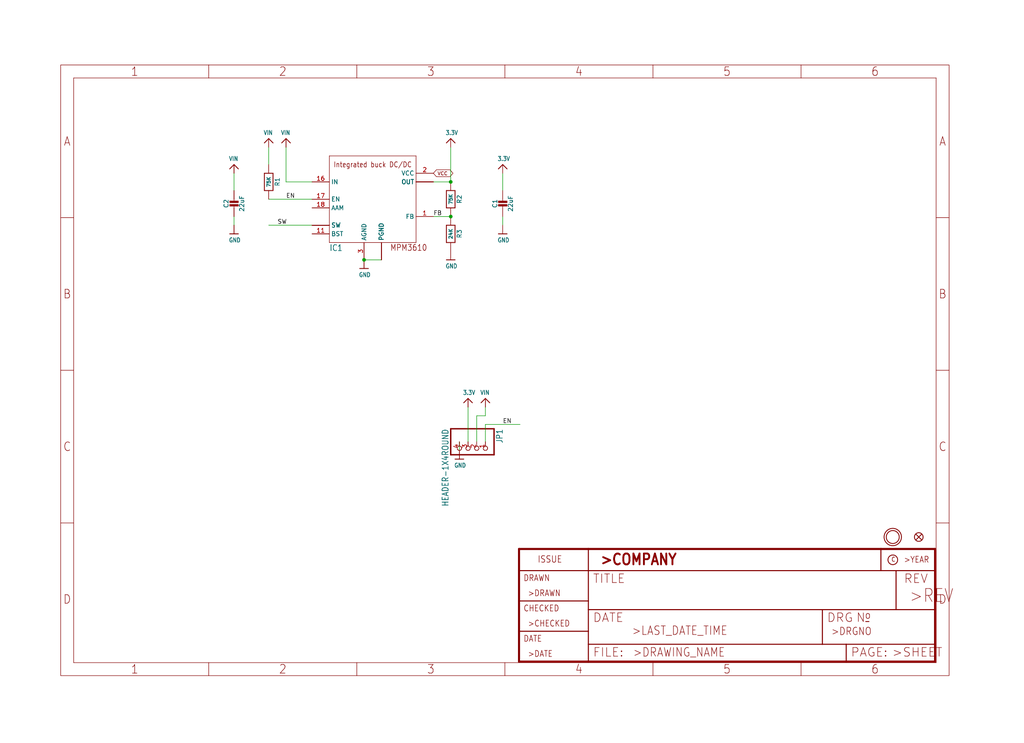
<source format=kicad_sch>
(kicad_sch (version 20211123) (generator eeschema)
  (paper "User" 300.076 217.881)
  (lib_symbols
    (symbol "eagleSchem-eagle-import:3.3V" (power)
      (property "Value" "3.3V" (at -1.524 1.016 0))
      (symbol "3.3V_1_0"
        (polyline (pts (xy -1.27 -1.27) (xy 0 0)) (stroke (width 0.254)))
        (polyline (pts (xy 0 0) (xy 1.27 -1.27)) (stroke (width 0.254)))
        (pin power_in line (at 0 -2.54 90) (length 2.54) (name "3.3V") (number "1"))
      )
    )
    (symbol "eagleSchem-eagle-import:CAP_CERAMIC0805-NOOUTLINE"
      (property "Reference" "C" (at -2.29 1.25 90))
      (property "Value" "CAP_CERAMIC0805-NOOUTLINE" (at 2.3 1.25 90))
      (symbol "CAP_CERAMIC0805-NOOUTLINE_1_0"
        (rectangle (start -1.27 0.508) (end 1.27 1.016) (fill (type outline)))
        (rectangle (start -1.27 1.524) (end 1.27 2.032) (fill (type outline)))
        (polyline (pts (xy 0 0.762) (xy 0 0)) (stroke (width 0.1524)))
        (polyline (pts (xy 0 2.54) (xy 0 1.778)) (stroke (width 0.1524)))
        (pin passive line (at 0 5.08 270) (length 2.54) (name "1") (number "1"))
        (pin passive line (at 0 -2.54 90) (length 2.54) (name "2") (number "2"))
      )
    )
    (symbol "eagleSchem-eagle-import:FIDUCIAL_1MM"
      (symbol "FIDUCIAL_1MM_1_0"
        (polyline (pts (xy -0.762 0.762) (xy 0.762 -0.762)) (stroke (width 0.254)))
        (polyline (pts (xy 0.762 0.762) (xy -0.762 -0.762)) (stroke (width 0.254)))
        (circle (center 0 0) (radius 1.27) (stroke (width 0.254)))
      )
    )
    (symbol "eagleSchem-eagle-import:FRAME_A4"
      (symbol "FRAME_A4_1_0"
        (polyline (pts (xy 0 44.7675) (xy 3.81 44.7675)))
        (polyline (pts (xy 0 89.535) (xy 3.81 89.535)))
        (polyline (pts (xy 0 134.3025) (xy 3.81 134.3025)))
        (polyline (pts (xy 3.81 3.81) (xy 3.81 175.26)))
        (polyline (pts (xy 43.3917 0) (xy 43.3917 3.81)))
        (polyline (pts (xy 43.3917 175.26) (xy 43.3917 179.07)))
        (polyline (pts (xy 86.7833 0) (xy 86.7833 3.81)))
        (polyline (pts (xy 86.7833 175.26) (xy 86.7833 179.07)))
        (polyline (pts (xy 130.175 0) (xy 130.175 3.81)))
        (polyline (pts (xy 130.175 175.26) (xy 130.175 179.07)))
        (polyline (pts (xy 173.5667 0) (xy 173.5667 3.81)))
        (polyline (pts (xy 173.5667 175.26) (xy 173.5667 179.07)))
        (polyline (pts (xy 216.9583 0) (xy 216.9583 3.81)))
        (polyline (pts (xy 216.9583 175.26) (xy 216.9583 179.07)))
        (polyline (pts (xy 256.54 3.81) (xy 3.81 3.81)))
        (polyline (pts (xy 256.54 3.81) (xy 256.54 8.89)) (stroke (width 0.1016)))
        (polyline (pts (xy 256.54 3.81) (xy 256.54 175.26)))
        (polyline (pts (xy 256.54 8.89) (xy 256.54 13.97)) (stroke (width 0.1016)))
        (polyline (pts (xy 256.54 13.97) (xy 256.54 19.05)) (stroke (width 0.1016)))
        (polyline (pts (xy 256.54 19.05) (xy 256.54 36.83)) (stroke (width 0.1016)))
        (polyline (pts (xy 256.54 44.7675) (xy 260.35 44.7675)))
        (polyline (pts (xy 256.54 89.535) (xy 260.35 89.535)))
        (polyline (pts (xy 256.54 134.3025) (xy 260.35 134.3025)))
        (polyline (pts (xy 256.54 175.26) (xy 3.81 175.26)))
        (polyline (pts (xy 0 0) (xy 260.35 0) (xy 260.35 179.07) (xy 0 179.07) (xy 0 0)))
        (text "1" (at 21.6958 1.905 0) (effects (font (size 2.54 2.286))))
        (text "1" (at 21.6958 177.165 0) (effects (font (size 2.54 2.286))))
        (text "2" (at 65.0875 1.905 0) (effects (font (size 2.54 2.286))))
        (text "2" (at 65.0875 177.165 0) (effects (font (size 2.54 2.286))))
        (text "3" (at 108.4792 1.905 0) (effects (font (size 2.54 2.286))))
        (text "3" (at 108.4792 177.165 0) (effects (font (size 2.54 2.286))))
        (text "4" (at 151.8708 1.905 0) (effects (font (size 2.54 2.286))))
        (text "4" (at 151.8708 177.165 0) (effects (font (size 2.54 2.286))))
        (text "5" (at 195.2625 1.905 0) (effects (font (size 2.54 2.286))))
        (text "5" (at 195.2625 177.165 0) (effects (font (size 2.54 2.286))))
        (text "6" (at 238.6542 1.905 0) (effects (font (size 2.54 2.286))))
        (text "6" (at 238.6542 177.165 0) (effects (font (size 2.54 2.286))))
        (text "A" (at 1.905 156.6863 0) (effects (font (size 2.54 2.286))))
        (text "A" (at 258.445 156.6863 0) (effects (font (size 2.54 2.286))))
        (text "B" (at 1.905 111.9188 0) (effects (font (size 2.54 2.286))))
        (text "B" (at 258.445 111.9188 0) (effects (font (size 2.54 2.286))))
        (text "C" (at 1.905 67.1513 0) (effects (font (size 2.54 2.286))))
        (text "C" (at 258.445 67.1513 0) (effects (font (size 2.54 2.286))))
        (text "D" (at 1.905 22.3838 0) (effects (font (size 2.54 2.286))))
        (text "D" (at 258.445 22.3838 0) (effects (font (size 2.54 2.286))))
      )
      (symbol "FRAME_A4_2_0"
        (polyline (pts (xy -0.3048 1.5748) (xy 20.0152 1.5748)) (stroke (width 0.6096)))
        (polyline (pts (xy -0.3048 10.4648) (xy -0.3048 1.5748)) (stroke (width 0.6096)))
        (polyline (pts (xy -0.3048 10.4648) (xy 20.0152 10.4648)) (stroke (width 0.3048)))
        (polyline (pts (xy -0.3048 19.3548) (xy -0.3048 10.4648)) (stroke (width 0.6096)))
        (polyline (pts (xy -0.3048 19.3548) (xy 20.0152 19.3548)) (stroke (width 0.3048)))
        (polyline (pts (xy -0.3048 28.2448) (xy -0.3048 19.3548)) (stroke (width 0.6096)))
        (polyline (pts (xy -0.3048 28.2448) (xy 20.0152 28.2448)) (stroke (width 0.3048)))
        (polyline (pts (xy -0.3048 34.5948) (xy -0.3048 28.2448)) (stroke (width 0.6096)))
        (polyline (pts (xy 20.0152 1.5748) (xy 20.0152 6.6548)) (stroke (width 0.3048)))
        (polyline (pts (xy 20.0152 1.5748) (xy 95.5802 1.5748)) (stroke (width 0.6096)))
        (polyline (pts (xy 20.0152 6.6548) (xy 20.0152 10.4648)) (stroke (width 0.3048)))
        (polyline (pts (xy 20.0152 6.6548) (xy 88.5952 6.6548)) (stroke (width 0.3048)))
        (polyline (pts (xy 20.0152 10.4648) (xy 20.0152 16.8148)) (stroke (width 0.3048)))
        (polyline (pts (xy 20.0152 16.8148) (xy 20.0152 19.3548)) (stroke (width 0.3048)))
        (polyline (pts (xy 20.0152 19.3548) (xy 20.0152 28.2448)) (stroke (width 0.3048)))
        (polyline (pts (xy 20.0152 28.2448) (xy 20.0152 34.5948)) (stroke (width 0.3048)))
        (polyline (pts (xy 20.0152 28.2448) (xy 105.7402 28.2448)) (stroke (width 0.3048)))
        (polyline (pts (xy 20.0152 34.5948) (xy -0.3048 34.5948)) (stroke (width 0.6096)))
        (polyline (pts (xy 88.5952 6.6548) (xy 95.5802 6.6548)) (stroke (width 0.3048)))
        (polyline (pts (xy 88.5952 16.8148) (xy 20.0152 16.8148)) (stroke (width 0.3048)))
        (polyline (pts (xy 88.5952 16.8148) (xy 88.5952 6.6548)) (stroke (width 0.3048)))
        (polyline (pts (xy 95.5802 1.5748) (xy 121.6152 1.5748)) (stroke (width 0.6096)))
        (polyline (pts (xy 95.5802 6.6548) (xy 95.5802 1.5748)) (stroke (width 0.3048)))
        (polyline (pts (xy 95.5802 6.6548) (xy 121.6152 6.6548)) (stroke (width 0.3048)))
        (polyline (pts (xy 101.2952 13.3223) (xy 102.2477 13.3223)) (stroke (width 0.254)))
        (polyline (pts (xy 105.7402 28.2448) (xy 105.7402 34.5948)) (stroke (width 0.3048)))
        (polyline (pts (xy 105.7402 28.2448) (xy 110.1852 28.2448)) (stroke (width 0.3048)))
        (polyline (pts (xy 105.7402 34.5948) (xy 20.0152 34.5948)) (stroke (width 0.6096)))
        (polyline (pts (xy 110.1852 16.8148) (xy 88.5952 16.8148)) (stroke (width 0.3048)))
        (polyline (pts (xy 110.1852 28.2448) (xy 110.1852 16.8148)) (stroke (width 0.3048)))
        (polyline (pts (xy 110.1852 28.2448) (xy 121.6152 28.2448)) (stroke (width 0.3048)))
        (polyline (pts (xy 121.6152 6.6548) (xy 121.6152 1.5748)) (stroke (width 0.6096)))
        (polyline (pts (xy 121.6152 16.8148) (xy 110.1852 16.8148)) (stroke (width 0.3048)))
        (polyline (pts (xy 121.6152 16.8148) (xy 121.6152 6.6548)) (stroke (width 0.6096)))
        (polyline (pts (xy 121.6152 28.2448) (xy 121.6152 16.8148)) (stroke (width 0.6096)))
        (polyline (pts (xy 121.6152 34.5948) (xy 105.7402 34.5948)) (stroke (width 0.6096)))
        (polyline (pts (xy 121.6152 34.5948) (xy 121.6152 28.2448)) (stroke (width 0.6096)))
        (circle (center 109.2327 31.4198) (radius 1.4199) (stroke (width 0.254)))
        (text ">CHECKED" (at 2.2352 11.7348 0) (effects (font (size 1.778 1.5113)) (justify left bottom)))
        (text ">COMPANY" (at 23.349 29.6735 0) (effects (font (size 3.175 2.6987) (thickness 0.5397) bold) (justify left bottom)))
        (text ">DATE" (at 2.2352 2.8448 0) (effects (font (size 1.778 1.5113)) (justify left bottom)))
        (text ">DRAWING_NAME" (at 33.0327 2.8448 0) (effects (font (size 2.54 2.159)) (justify left bottom)))
        (text ">DRAWN" (at 2.2352 20.6248 0) (effects (font (size 1.778 1.5113)) (justify left bottom)))
        (text ">DRGNO" (at 91.1352 9.1948 0) (effects (font (size 2.1844 1.8567)) (justify left bottom)))
        (text ">LAST_DATE_TIME" (at 32.7152 9.1948 0) (effects (font (size 2.54 2.159)) (justify left bottom)))
        (text ">REV" (at 113.9952 18.7198 0) (effects (font (size 3.81 3.2385)) (justify left bottom)))
        (text ">SHEET" (at 108.9152 2.8448 0) (effects (font (size 2.54 2.54)) (justify left bottom)))
        (text ">YEAR" (at 112.4077 30.4673 0) (effects (font (size 1.778 1.5113)) (justify left bottom)))
        (text "C" (at 108.7564 30.7848 0) (effects (font (size 1.27 1.0795)) (justify left bottom)))
        (text "CHECKED" (at 0.9652 16.1798 0) (effects (font (size 1.778 1.5113)) (justify left bottom)))
        (text "DATE" (at 0.9652 7.2898 0) (effects (font (size 1.778 1.5113)) (justify left bottom)))
        (text "DATE" (at 21.2852 13.0048 0) (effects (font (size 2.54 2.54)) (justify left bottom)))
        (text "DRAWN" (at 0.9652 25.0698 0) (effects (font (size 1.778 1.5113)) (justify left bottom)))
        (text "DRG" (at 89.8652 13.0048 0) (effects (font (size 2.54 2.54)) (justify left bottom)))
        (text "FILE:" (at 21.2852 2.8448 0) (effects (font (size 2.54 2.54)) (justify left bottom)))
        (text "ISSUE" (at 5.0927 30.4673 0) (effects (font (size 1.9304 1.6408)) (justify left bottom)))
        (text "N" (at 98.4377 13.0048 0) (effects (font (size 2.54 2.54)) (justify left bottom)))
        (text "o" (at 100.9777 13.9573 0) (effects (font (size 2.1844 1.8567)) (justify left bottom)))
        (text "PAGE:" (at 96.8502 2.8448 0) (effects (font (size 2.54 2.54)) (justify left bottom)))
        (text "REV" (at 112.4077 24.4348 0) (effects (font (size 2.54 2.54)) (justify left bottom)))
        (text "TITLE" (at 21.2852 24.4348 0) (effects (font (size 2.54 2.54)) (justify left bottom)))
      )
    )
    (symbol "eagleSchem-eagle-import:GND" (power)
      (property "Value" "GND" (at -1.524 -2.54 0))
      (symbol "GND_1_0"
        (polyline (pts (xy -1.27 0) (xy 1.27 0)) (stroke (width 0.254)))
        (pin power_in line (at 0 2.54 270) (length 2.54) (name "GND") (number "1"))
      )
    )
    (symbol "eagleSchem-eagle-import:HEADER-1X4ROUND"
      (property "Reference" "JP" (at -6.35 8.255 0))
      (property "Value" "HEADER-1X4ROUND" (at -6.35 -7.62 0))
      (symbol "HEADER-1X4ROUND_1_0"
        (polyline (pts (xy -6.35 -5.08) (xy 1.27 -5.08)) (stroke (width 0.4064)))
        (polyline (pts (xy -6.35 7.62) (xy -6.35 -5.08)) (stroke (width 0.4064)))
        (polyline (pts (xy 1.27 -5.08) (xy 1.27 7.62)) (stroke (width 0.4064)))
        (polyline (pts (xy 1.27 7.62) (xy -6.35 7.62)) (stroke (width 0.4064)))
        (pin passive inverted (at -2.54 5.08 0) (length 2.54) (name "1") (number "1"))
        (pin passive inverted (at -2.54 2.54 0) (length 2.54) (name "2") (number "2"))
        (pin passive inverted (at -2.54 0 0) (length 2.54) (name "3") (number "3"))
        (pin passive inverted (at -2.54 -2.54 0) (length 2.54) (name "4") (number "4"))
      )
    )
    (symbol "eagleSchem-eagle-import:MOUNTINGHOLE2.5"
      (symbol "MOUNTINGHOLE2.5_1_0"
        (circle (center 0 0) (radius 1.905) (stroke (width 0.254)))
        (circle (center 0 0) (radius 2.54) (stroke (width 0.254)))
      )
    )
    (symbol "eagleSchem-eagle-import:MPM3610"
      (property "Reference" "IC" (at -12.7 -15.24 0))
      (symbol "MPM3610_1_0"
        (polyline (pts (xy -12.7 -12.7) (xy 12.7 -12.7)) (stroke (width 0.1524)))
        (polyline (pts (xy -12.7 12.7) (xy -12.7 -12.7)) (stroke (width 0.1524)))
        (polyline (pts (xy 12.7 -12.7) (xy 12.7 12.7)) (stroke (width 0.1524)))
        (polyline (pts (xy 12.7 12.7) (xy -12.7 12.7)) (stroke (width 0.1524)))
        (text "Integrated buck DC/DC" (at 0 10.16 0) (effects (font (size 1.524 1.2954))))
        (text "MPM3610" (at 5.08 -15.24 0) (effects (font (size 1.778 1.5113)) (justify left bottom)))
        (pin input line (at 17.78 -5.08 180) (length 5.08) (name "FB") (number "1"))
        (pin passive line (at -17.78 -10.16 0) (length 5.08) (name "BST") (number "11"))
        (pin power_in line (at 2.54 -17.78 90) (length 5.08) (name "PGND") (number "12"))
        (pin power_in line (at 2.54 -17.78 90) (length 5.08) (name "PGND") (number "13"))
        (pin power_in line (at 2.54 -17.78 90) (length 5.08) (name "PGND") (number "14"))
        (pin power_in line (at -17.78 5.08 0) (length 5.08) (name "IN") (number "16"))
        (pin input line (at -17.78 0 0) (length 5.08) (name "EN") (number "17"))
        (pin input line (at -17.78 -2.54 0) (length 5.08) (name "AAM") (number "18"))
        (pin power_in line (at 17.78 7.62 180) (length 5.08) (name "VCC") (number "2"))
        (pin power_in line (at -2.54 -17.78 90) (length 5.08) (name "AGND") (number "3"))
        (pin passive line (at -17.78 -7.62 0) (length 5.08) (name "SW") (number "4"))
        (pin passive line (at -17.78 -7.62 0) (length 5.08) (name "SW") (number "5"))
        (pin passive line (at -17.78 -7.62 0) (length 5.08) (name "SW") (number "6"))
        (pin power_in line (at 17.78 5.08 180) (length 5.08) (name "OUT") (number "7"))
        (pin power_in line (at 17.78 5.08 180) (length 5.08) (name "OUT") (number "8"))
        (pin power_in line (at 17.78 5.08 180) (length 5.08) (name "OUT") (number "9"))
      )
    )
    (symbol "eagleSchem-eagle-import:RESISTOR_0603_NOOUT"
      (property "Reference" "R" (at 0 2.54 0))
      (property "Value" "RESISTOR_0603_NOOUT" (at 0 0 0))
      (symbol "RESISTOR_0603_NOOUT_1_0"
        (polyline (pts (xy -2.54 -1.27) (xy -2.54 1.27)) (stroke (width 0.254)))
        (polyline (pts (xy -2.54 1.27) (xy 2.54 1.27)) (stroke (width 0.254)))
        (polyline (pts (xy 2.54 -1.27) (xy -2.54 -1.27)) (stroke (width 0.254)))
        (polyline (pts (xy 2.54 1.27) (xy 2.54 -1.27)) (stroke (width 0.254)))
        (pin passive line (at -5.08 0 0) (length 2.54) (name "1") (number "1"))
        (pin passive line (at 5.08 0 180) (length 2.54) (name "2") (number "2"))
      )
    )
    (symbol "eagleSchem-eagle-import:VIN" (power)
      (property "Value" "VIN" (at -1.524 1.016 0))
      (symbol "VIN_1_0"
        (polyline (pts (xy -1.27 -1.27) (xy 0 0)) (stroke (width 0.254)))
        (polyline (pts (xy 0 0) (xy 1.27 -1.27)) (stroke (width 0.254)))
        (pin power_in line (at 0 -2.54 90) (length 2.54) (name "VIN") (number "1"))
      )
    )
  )
  (junction (at 132.08 53.34))
  (junction (at 132.08 63.5))
  (junction (at 106.68 76.2))
  (wire (pts (xy 137.16 129.54) (xy 137.16 119.38)))
  (wire (pts (xy 91.44 58.42) (xy 78.74 58.42)))
  (wire (pts (xy 83.82 53.34) (xy 91.44 53.34)))
  (wire (pts (xy 68.58 50.8) (xy 68.58 55.88)))
  (wire (pts (xy 78.74 48.26) (xy 78.74 43.18)))
  (wire (pts (xy 83.82 43.18) (xy 83.82 53.34)))
  (wire (pts (xy 134.62 129.54) (xy 134.62 132.08)))
  (wire (pts (xy 142.24 121.92) (xy 142.24 119.38)))
  (wire (pts (xy 142.24 129.54) (xy 142.24 124.46)))
  (wire (pts (xy 132.08 43.18) (xy 132.08 53.34)))
  (wire (pts (xy 127 63.5) (xy 132.08 63.5)))
  (wire (pts (xy 147.32 63.5) (xy 147.32 66.04)))
  (wire (pts (xy 68.58 63.5) (xy 68.58 66.04)))
  (wire (pts (xy 152.4 124.46) (xy 142.24 124.46)))
  (wire (pts (xy 147.32 55.88) (xy 147.32 50.8)))
  (wire (pts (xy 91.44 66.04) (xy 78.74 66.04)))
  (wire (pts (xy 132.08 53.34) (xy 127 53.34)))
  (wire (pts (xy 139.7 121.92) (xy 142.24 121.92)))
  (wire (pts (xy 111.76 76.2) (xy 106.68 76.2)))
  (wire (pts (xy 139.7 129.54) (xy 139.7 121.92)))
  (label "EN" (at 83.82 58.42 0) (effects (font (size 1.2446 1.2446))))
  (label "SW" (at 81.28 66.04 0) (effects (font (size 1.2446 1.2446))))
  (label "FB" (at 127 63.5 0) (effects (font (size 1.2446 1.2446))))
  (label "EN" (at 147.32 124.46 0) (effects (font (size 1.2446 1.2446))))
  (global_label "VCC" (shape bidirectional) (at 127 50.8 0) (effects (font (size 1.016 1.016))) (property "Intersheet References" "${INTERSHEET_REFS}" (effects hide)))
  (symbol (lib_id "eagleSchem-eagle-import:CAP_CERAMIC0805-NOOUTLINE") (at 147.32 60.96 0) (unit 1)
    (property "Reference" "C1" (at 145.03 59.71 90))
    (property "Value" "22uF" (at 149.62 59.71 90))
    (property "Footprint" "eagleSchem:0805-NO" (effects hide))
  )
  (symbol (lib_id "eagleSchem-eagle-import:RESISTOR_0603_NOOUT") (at 78.74 53.34 270) (unit 1)
    (property "Reference" "R1" (at 81.28 53.34 0))
    (property "Value" "75K" (at 78.74 53.34 0) (effects (font (size 1.016 1.016) bold)))
    (property "Footprint" "eagleSchem:0603-NO" (effects hide))
  )
  (symbol (lib_id "eagleSchem-eagle-import:VIN") (at 78.74 40.64 0) (unit 1)
    (property "Reference" "#U$12" (effects hide))
    (property "Value" "VIN" (at 77.216 39.624 0) (effects (font (size 1.27 1.0795)) (justify left bottom)))
    (property "Footprint" "eagleSchem:" (effects hide))
  )
  (symbol (lib_id "eagleSchem-eagle-import:3.3V") (at 137.16 116.84 0) (unit 1)
    (property "Reference" "#U$7" (effects hide))
    (property "Value" "3.3V" (at 135.636 115.824 0) (effects (font (size 1.27 1.0795)) (justify left bottom)))
    (property "Footprint" "eagleSchem:" (effects hide))
  )
  (symbol (lib_id "eagleSchem-eagle-import:HEADER-1X4ROUND") (at 137.16 132.08 270) (unit 1)
    (property "Reference" "JP1" (at 145.415 125.73 0) (effects (font (size 1.778 1.5113)) (justify left bottom)))
    (property "Value" "HEADER-1X4ROUND" (at 129.54 125.73 0) (effects (font (size 1.778 1.5113)) (justify left bottom)))
    (property "Footprint" "eagleSchem:1X04_ROUND" (effects hide))
  )
  (symbol (lib_id "eagleSchem-eagle-import:GND") (at 68.58 68.58 0) (unit 1)
    (property "Reference" "#U$3" (effects hide))
    (property "Value" "GND" (at 67.056 71.12 0) (effects (font (size 1.27 1.0795)) (justify left bottom)))
    (property "Footprint" "eagleSchem:" (effects hide))
  )
  (symbol (lib_id "eagleSchem-eagle-import:GND") (at 132.08 76.2 0) (unit 1)
    (property "Reference" "#U$5" (effects hide))
    (property "Value" "GND" (at 130.556 78.74 0) (effects (font (size 1.27 1.0795)) (justify left bottom)))
    (property "Footprint" "eagleSchem:" (effects hide))
  )
  (symbol (lib_id "eagleSchem-eagle-import:3.3V") (at 132.08 40.64 0) (unit 1)
    (property "Reference" "#U$15" (effects hide))
    (property "Value" "3.3V" (at 130.556 39.624 0) (effects (font (size 1.27 1.0795)) (justify left bottom)))
    (property "Footprint" "eagleSchem:" (effects hide))
  )
  (symbol (lib_id "eagleSchem-eagle-import:3.3V") (at 147.32 48.26 0) (unit 1)
    (property "Reference" "#U$2" (effects hide))
    (property "Value" "3.3V" (at 145.796 47.244 0) (effects (font (size 1.27 1.0795)) (justify left bottom)))
    (property "Footprint" "eagleSchem:" (effects hide))
  )
  (symbol (lib_id "eagleSchem-eagle-import:MPM3610") (at 109.22 58.42 0) (unit 1)
    (property "Reference" "IC1" (at 96.52 73.66 0) (effects (font (size 1.778 1.5113)) (justify left bottom)))
    (property "Value" "MPM3610" (effects hide))
    (property "Footprint" "eagleSchem:MPM3610" (effects hide))
  )
  (symbol (lib_id "eagleSchem-eagle-import:VIN") (at 68.58 48.26 0) (unit 1)
    (property "Reference" "#U$4" (effects hide))
    (property "Value" "VIN" (at 67.056 47.244 0) (effects (font (size 1.27 1.0795)) (justify left bottom)))
    (property "Footprint" "eagleSchem:" (effects hide))
  )
  (symbol (lib_id "eagleSchem-eagle-import:VIN") (at 83.82 40.64 0) (unit 1)
    (property "Reference" "#U$14" (effects hide))
    (property "Value" "VIN" (at 82.296 39.624 0) (effects (font (size 1.27 1.0795)) (justify left bottom)))
    (property "Footprint" "eagleSchem:" (effects hide))
  )
  (symbol (lib_id "eagleSchem-eagle-import:RESISTOR_0603_NOOUT") (at 132.08 58.42 270) (unit 1)
    (property "Reference" "R2" (at 134.62 58.42 0))
    (property "Value" "75K" (at 132.08 58.42 0) (effects (font (size 1.016 1.016) bold)))
    (property "Footprint" "eagleSchem:0603-NO" (effects hide))
  )
  (symbol (lib_id "eagleSchem-eagle-import:FRAME_A4") (at 17.78 198.12 0) (unit 1)
    (property "Reference" "#FRAME1" (effects hide))
    (property "Value" "FRAME_A4" (effects hide))
    (property "Footprint" "eagleSchem:" (effects hide))
  )
  (symbol (lib_id "eagleSchem-eagle-import:FIDUCIAL_1MM") (at 269.24 157.48 0) (unit 1)
    (property "Reference" "FID1" (effects hide))
    (property "Value" "FIDUCIAL_1MM" (effects hide))
    (property "Footprint" "eagleSchem:FIDUCIAL_1MM" (effects hide))
  )
  (symbol (lib_id "eagleSchem-eagle-import:VIN") (at 142.24 116.84 0) (unit 1)
    (property "Reference" "#U$6" (effects hide))
    (property "Value" "VIN" (at 140.716 115.824 0) (effects (font (size 1.27 1.0795)) (justify left bottom)))
    (property "Footprint" "eagleSchem:" (effects hide))
  )
  (symbol (lib_id "eagleSchem-eagle-import:CAP_CERAMIC0805-NOOUTLINE") (at 68.58 60.96 0) (unit 1)
    (property "Reference" "C2" (at 66.29 59.71 90))
    (property "Value" "22uF" (at 70.88 59.71 90))
    (property "Footprint" "eagleSchem:0805-NO" (effects hide))
  )
  (symbol (lib_id "eagleSchem-eagle-import:MOUNTINGHOLE2.5") (at 261.62 157.48 0) (unit 1)
    (property "Reference" "U$9" (effects hide))
    (property "Value" "MOUNTINGHOLE2.5" (effects hide))
    (property "Footprint" "eagleSchem:MOUNTINGHOLE_2.5_PLATED" (effects hide))
  )
  (symbol (lib_id "eagleSchem-eagle-import:RESISTOR_0603_NOOUT") (at 132.08 68.58 270) (unit 1)
    (property "Reference" "R3" (at 134.62 68.58 0))
    (property "Value" "24K" (at 132.08 68.58 0) (effects (font (size 1.016 1.016) bold)))
    (property "Footprint" "eagleSchem:0603-NO" (effects hide))
  )
  (symbol (lib_id "eagleSchem-eagle-import:GND") (at 106.68 78.74 0) (unit 1)
    (property "Reference" "#U$13" (effects hide))
    (property "Value" "GND" (at 105.156 81.28 0) (effects (font (size 1.27 1.0795)) (justify left bottom)))
    (property "Footprint" "eagleSchem:" (effects hide))
  )
  (symbol (lib_id "eagleSchem-eagle-import:FRAME_A4") (at 152.4 195.58 0) (unit 2)
    (property "Reference" "#FRAME1" (effects hide))
    (property "Value" "FRAME_A4" (effects hide))
    (property "Footprint" "eagleSchem:" (effects hide))
  )
  (symbol (lib_id "eagleSchem-eagle-import:GND") (at 134.62 134.62 0) (unit 1)
    (property "Reference" "#U$8" (effects hide))
    (property "Value" "GND" (at 133.096 137.16 0) (effects (font (size 1.27 1.0795)) (justify left bottom)))
    (property "Footprint" "eagleSchem:" (effects hide))
  )
  (symbol (lib_id "eagleSchem-eagle-import:GND") (at 147.32 68.58 0) (unit 1)
    (property "Reference" "#U$1" (effects hide))
    (property "Value" "GND" (at 145.796 71.12 0) (effects (font (size 1.27 1.0795)) (justify left bottom)))
    (property "Footprint" "eagleSchem:" (effects hide))
  )
)
</source>
